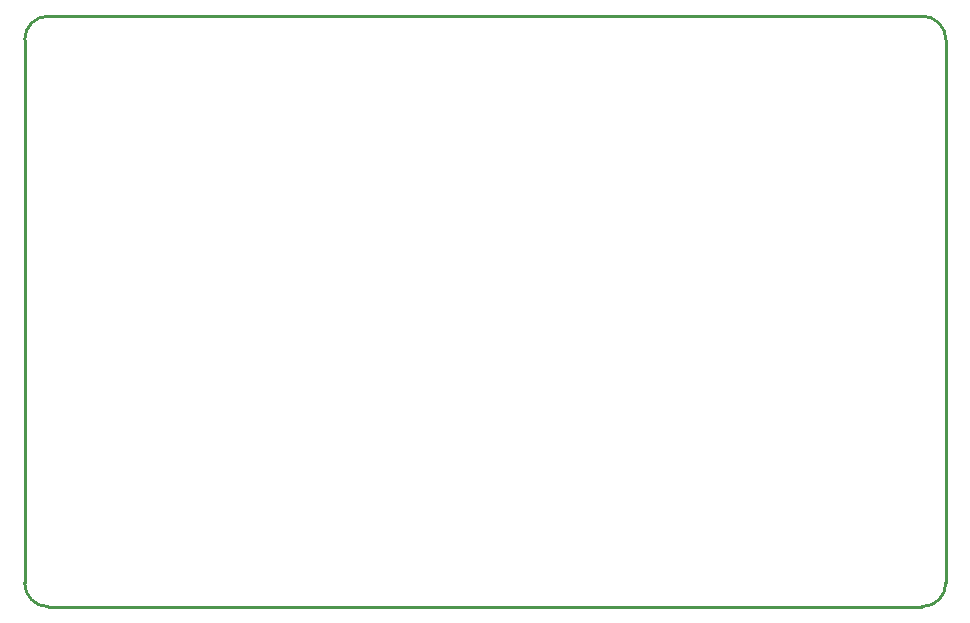
<source format=gko>
G04 Layer: BoardOutlineLayer*
G04 EasyEDA Pro v2.2.40.8, 2025-09-22 01:06:06*
G04 Gerber Generator version 0.3*
G04 Scale: 100 percent, Rotated: No, Reflected: No*
G04 Dimensions in millimeters*
G04 Leading zeros omitted, absolute positions, 4 integers and 5 decimals*
G04 Generated by custom config*
%FSLAX45Y45*%
%MOMM*%
%ADD10C,0.254*%
%ADD11C,0.3658*%
G75*


G04 Rect Start*
G54D10*
G01X0Y200000D02*
G01X0Y4800000D01*
G03X-200000Y5000000I-200000J0D01*
G01X-7600000Y5000000D01*
G03X-7800000Y4800000I0J-200000D01*
G01X-7800000Y200000D01*
G03X-7600000Y0I200000J0D01*
G01X-200000Y0D01*
G03X0Y200000I0J200000D01*
G04 Rect End*

M02*


</source>
